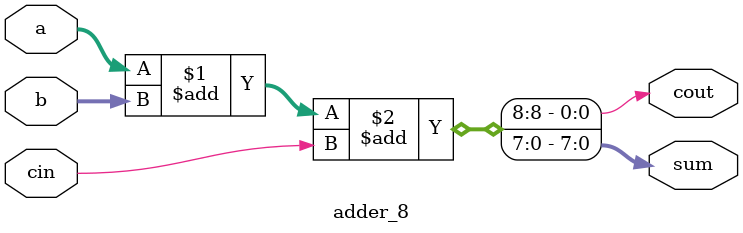
<source format=v>
module adder_8(cout,sum,a,b,cin);
output cout; 
output [7:0] sum; 
input cin; 
input[7:0] a,b; 
assign {cout,sum}=a+b+cin; 
endmodule 
 
</source>
